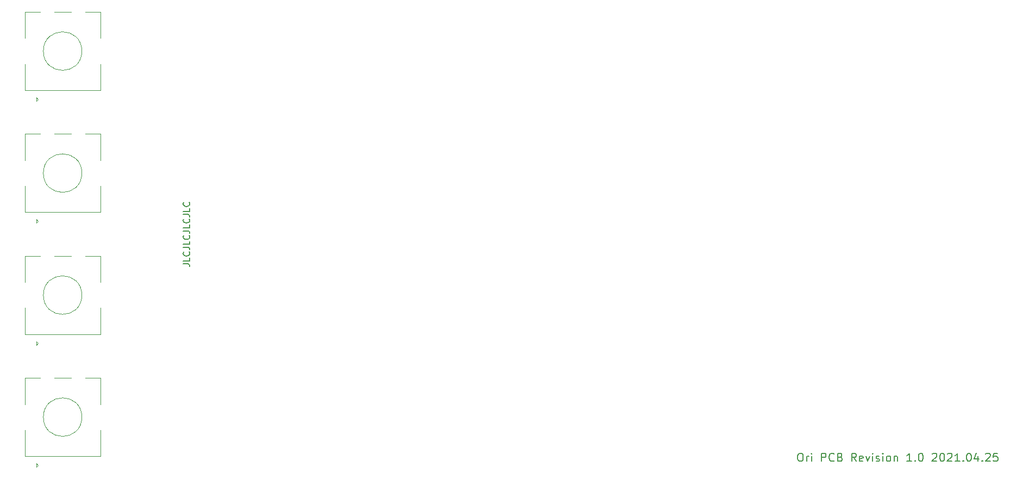
<source format=gto>
G04 #@! TF.GenerationSoftware,KiCad,Pcbnew,(5.1.4-0)*
G04 #@! TF.CreationDate,2021-04-25T17:18:13-05:00*
G04 #@! TF.ProjectId,ori,6f72692e-6b69-4636-9164-5f7063625858,rev?*
G04 #@! TF.SameCoordinates,Original*
G04 #@! TF.FileFunction,Legend,Top*
G04 #@! TF.FilePolarity,Positive*
%FSLAX46Y46*%
G04 Gerber Fmt 4.6, Leading zero omitted, Abs format (unit mm)*
G04 Created by KiCad (PCBNEW (5.1.4-0)) date 2021-04-25 17:18:13*
%MOMM*%
%LPD*%
G04 APERTURE LIST*
%ADD10C,0.200000*%
%ADD11C,0.150000*%
%ADD12C,0.120000*%
%ADD13C,2.642000*%
%ADD14C,1.803800*%
%ADD15C,4.089800*%
%ADD16C,0.902000*%
%ADD17R,2.102000X2.102000*%
%ADD18C,2.102000*%
%ADD19R,2.102000X3.302000*%
%ADD20C,0.100000*%
%ADD21C,1.803400*%
%ADD22O,1.402000X2.002000*%
%ADD23C,0.752000*%
%ADD24O,1.402000X2.502000*%
%ADD25C,3.602000*%
G04 APERTURE END LIST*
D10*
X176452380Y-115815476D02*
X176690476Y-115815476D01*
X176809523Y-115875000D01*
X176928571Y-115994047D01*
X176988095Y-116232142D01*
X176988095Y-116648809D01*
X176928571Y-116886904D01*
X176809523Y-117005952D01*
X176690476Y-117065476D01*
X176452380Y-117065476D01*
X176333333Y-117005952D01*
X176214285Y-116886904D01*
X176154761Y-116648809D01*
X176154761Y-116232142D01*
X176214285Y-115994047D01*
X176333333Y-115875000D01*
X176452380Y-115815476D01*
X177523809Y-117065476D02*
X177523809Y-116232142D01*
X177523809Y-116470238D02*
X177583333Y-116351190D01*
X177642857Y-116291666D01*
X177761904Y-116232142D01*
X177880952Y-116232142D01*
X178297619Y-117065476D02*
X178297619Y-116232142D01*
X178297619Y-115815476D02*
X178238095Y-115875000D01*
X178297619Y-115934523D01*
X178357142Y-115875000D01*
X178297619Y-115815476D01*
X178297619Y-115934523D01*
X179845238Y-117065476D02*
X179845238Y-115815476D01*
X180321428Y-115815476D01*
X180440476Y-115875000D01*
X180500000Y-115934523D01*
X180559523Y-116053571D01*
X180559523Y-116232142D01*
X180500000Y-116351190D01*
X180440476Y-116410714D01*
X180321428Y-116470238D01*
X179845238Y-116470238D01*
X181809523Y-116946428D02*
X181750000Y-117005952D01*
X181571428Y-117065476D01*
X181452380Y-117065476D01*
X181273809Y-117005952D01*
X181154761Y-116886904D01*
X181095238Y-116767857D01*
X181035714Y-116529761D01*
X181035714Y-116351190D01*
X181095238Y-116113095D01*
X181154761Y-115994047D01*
X181273809Y-115875000D01*
X181452380Y-115815476D01*
X181571428Y-115815476D01*
X181750000Y-115875000D01*
X181809523Y-115934523D01*
X182761904Y-116410714D02*
X182940476Y-116470238D01*
X183000000Y-116529761D01*
X183059523Y-116648809D01*
X183059523Y-116827380D01*
X183000000Y-116946428D01*
X182940476Y-117005952D01*
X182821428Y-117065476D01*
X182345238Y-117065476D01*
X182345238Y-115815476D01*
X182761904Y-115815476D01*
X182880952Y-115875000D01*
X182940476Y-115934523D01*
X183000000Y-116053571D01*
X183000000Y-116172619D01*
X182940476Y-116291666D01*
X182880952Y-116351190D01*
X182761904Y-116410714D01*
X182345238Y-116410714D01*
X185261904Y-117065476D02*
X184845238Y-116470238D01*
X184547619Y-117065476D02*
X184547619Y-115815476D01*
X185023809Y-115815476D01*
X185142857Y-115875000D01*
X185202380Y-115934523D01*
X185261904Y-116053571D01*
X185261904Y-116232142D01*
X185202380Y-116351190D01*
X185142857Y-116410714D01*
X185023809Y-116470238D01*
X184547619Y-116470238D01*
X186273809Y-117005952D02*
X186154761Y-117065476D01*
X185916666Y-117065476D01*
X185797619Y-117005952D01*
X185738095Y-116886904D01*
X185738095Y-116410714D01*
X185797619Y-116291666D01*
X185916666Y-116232142D01*
X186154761Y-116232142D01*
X186273809Y-116291666D01*
X186333333Y-116410714D01*
X186333333Y-116529761D01*
X185738095Y-116648809D01*
X186750000Y-116232142D02*
X187047619Y-117065476D01*
X187345238Y-116232142D01*
X187821428Y-117065476D02*
X187821428Y-116232142D01*
X187821428Y-115815476D02*
X187761904Y-115875000D01*
X187821428Y-115934523D01*
X187880952Y-115875000D01*
X187821428Y-115815476D01*
X187821428Y-115934523D01*
X188357142Y-117005952D02*
X188476190Y-117065476D01*
X188714285Y-117065476D01*
X188833333Y-117005952D01*
X188892857Y-116886904D01*
X188892857Y-116827380D01*
X188833333Y-116708333D01*
X188714285Y-116648809D01*
X188535714Y-116648809D01*
X188416666Y-116589285D01*
X188357142Y-116470238D01*
X188357142Y-116410714D01*
X188416666Y-116291666D01*
X188535714Y-116232142D01*
X188714285Y-116232142D01*
X188833333Y-116291666D01*
X189428571Y-117065476D02*
X189428571Y-116232142D01*
X189428571Y-115815476D02*
X189369047Y-115875000D01*
X189428571Y-115934523D01*
X189488095Y-115875000D01*
X189428571Y-115815476D01*
X189428571Y-115934523D01*
X190202380Y-117065476D02*
X190083333Y-117005952D01*
X190023809Y-116946428D01*
X189964285Y-116827380D01*
X189964285Y-116470238D01*
X190023809Y-116351190D01*
X190083333Y-116291666D01*
X190202380Y-116232142D01*
X190380952Y-116232142D01*
X190500000Y-116291666D01*
X190559523Y-116351190D01*
X190619047Y-116470238D01*
X190619047Y-116827380D01*
X190559523Y-116946428D01*
X190500000Y-117005952D01*
X190380952Y-117065476D01*
X190202380Y-117065476D01*
X191154761Y-116232142D02*
X191154761Y-117065476D01*
X191154761Y-116351190D02*
X191214285Y-116291666D01*
X191333333Y-116232142D01*
X191511904Y-116232142D01*
X191630952Y-116291666D01*
X191690476Y-116410714D01*
X191690476Y-117065476D01*
X193892857Y-117065476D02*
X193178571Y-117065476D01*
X193535714Y-117065476D02*
X193535714Y-115815476D01*
X193416666Y-115994047D01*
X193297619Y-116113095D01*
X193178571Y-116172619D01*
X194428571Y-116946428D02*
X194488095Y-117005952D01*
X194428571Y-117065476D01*
X194369047Y-117005952D01*
X194428571Y-116946428D01*
X194428571Y-117065476D01*
X195261904Y-115815476D02*
X195380952Y-115815476D01*
X195500000Y-115875000D01*
X195559523Y-115934523D01*
X195619047Y-116053571D01*
X195678571Y-116291666D01*
X195678571Y-116589285D01*
X195619047Y-116827380D01*
X195559523Y-116946428D01*
X195500000Y-117005952D01*
X195380952Y-117065476D01*
X195261904Y-117065476D01*
X195142857Y-117005952D01*
X195083333Y-116946428D01*
X195023809Y-116827380D01*
X194964285Y-116589285D01*
X194964285Y-116291666D01*
X195023809Y-116053571D01*
X195083333Y-115934523D01*
X195142857Y-115875000D01*
X195261904Y-115815476D01*
X197107142Y-115934523D02*
X197166666Y-115875000D01*
X197285714Y-115815476D01*
X197583333Y-115815476D01*
X197702380Y-115875000D01*
X197761904Y-115934523D01*
X197821428Y-116053571D01*
X197821428Y-116172619D01*
X197761904Y-116351190D01*
X197047619Y-117065476D01*
X197821428Y-117065476D01*
X198595238Y-115815476D02*
X198714285Y-115815476D01*
X198833333Y-115875000D01*
X198892857Y-115934523D01*
X198952380Y-116053571D01*
X199011904Y-116291666D01*
X199011904Y-116589285D01*
X198952380Y-116827380D01*
X198892857Y-116946428D01*
X198833333Y-117005952D01*
X198714285Y-117065476D01*
X198595238Y-117065476D01*
X198476190Y-117005952D01*
X198416666Y-116946428D01*
X198357142Y-116827380D01*
X198297619Y-116589285D01*
X198297619Y-116291666D01*
X198357142Y-116053571D01*
X198416666Y-115934523D01*
X198476190Y-115875000D01*
X198595238Y-115815476D01*
X199488095Y-115934523D02*
X199547619Y-115875000D01*
X199666666Y-115815476D01*
X199964285Y-115815476D01*
X200083333Y-115875000D01*
X200142857Y-115934523D01*
X200202380Y-116053571D01*
X200202380Y-116172619D01*
X200142857Y-116351190D01*
X199428571Y-117065476D01*
X200202380Y-117065476D01*
X201392857Y-117065476D02*
X200678571Y-117065476D01*
X201035714Y-117065476D02*
X201035714Y-115815476D01*
X200916666Y-115994047D01*
X200797619Y-116113095D01*
X200678571Y-116172619D01*
X201928571Y-116946428D02*
X201988095Y-117005952D01*
X201928571Y-117065476D01*
X201869047Y-117005952D01*
X201928571Y-116946428D01*
X201928571Y-117065476D01*
X202761904Y-115815476D02*
X202880952Y-115815476D01*
X203000000Y-115875000D01*
X203059523Y-115934523D01*
X203119047Y-116053571D01*
X203178571Y-116291666D01*
X203178571Y-116589285D01*
X203119047Y-116827380D01*
X203059523Y-116946428D01*
X203000000Y-117005952D01*
X202880952Y-117065476D01*
X202761904Y-117065476D01*
X202642857Y-117005952D01*
X202583333Y-116946428D01*
X202523809Y-116827380D01*
X202464285Y-116589285D01*
X202464285Y-116291666D01*
X202523809Y-116053571D01*
X202583333Y-115934523D01*
X202642857Y-115875000D01*
X202761904Y-115815476D01*
X204250000Y-116232142D02*
X204250000Y-117065476D01*
X203952380Y-115755952D02*
X203654761Y-116648809D01*
X204428571Y-116648809D01*
X204904761Y-116946428D02*
X204964285Y-117005952D01*
X204904761Y-117065476D01*
X204845238Y-117005952D01*
X204904761Y-116946428D01*
X204904761Y-117065476D01*
X205440476Y-115934523D02*
X205500000Y-115875000D01*
X205619047Y-115815476D01*
X205916666Y-115815476D01*
X206035714Y-115875000D01*
X206095238Y-115934523D01*
X206154761Y-116053571D01*
X206154761Y-116172619D01*
X206095238Y-116351190D01*
X205380952Y-117065476D01*
X206154761Y-117065476D01*
X207285714Y-115815476D02*
X206690476Y-115815476D01*
X206630952Y-116410714D01*
X206690476Y-116351190D01*
X206809523Y-116291666D01*
X207107142Y-116291666D01*
X207226190Y-116351190D01*
X207285714Y-116410714D01*
X207345238Y-116529761D01*
X207345238Y-116827380D01*
X207285714Y-116946428D01*
X207226190Y-117005952D01*
X207107142Y-117065476D01*
X206809523Y-117065476D01*
X206690476Y-117005952D01*
X206630952Y-116946428D01*
D11*
X80392380Y-86319047D02*
X81106666Y-86319047D01*
X81249523Y-86366666D01*
X81344761Y-86461904D01*
X81392380Y-86604761D01*
X81392380Y-86700000D01*
X81392380Y-85366666D02*
X81392380Y-85842857D01*
X80392380Y-85842857D01*
X81297142Y-84461904D02*
X81344761Y-84509523D01*
X81392380Y-84652380D01*
X81392380Y-84747619D01*
X81344761Y-84890476D01*
X81249523Y-84985714D01*
X81154285Y-85033333D01*
X80963809Y-85080952D01*
X80820952Y-85080952D01*
X80630476Y-85033333D01*
X80535238Y-84985714D01*
X80440000Y-84890476D01*
X80392380Y-84747619D01*
X80392380Y-84652380D01*
X80440000Y-84509523D01*
X80487619Y-84461904D01*
X80392380Y-83747619D02*
X81106666Y-83747619D01*
X81249523Y-83795238D01*
X81344761Y-83890476D01*
X81392380Y-84033333D01*
X81392380Y-84128571D01*
X81392380Y-82795238D02*
X81392380Y-83271428D01*
X80392380Y-83271428D01*
X81297142Y-81890476D02*
X81344761Y-81938095D01*
X81392380Y-82080952D01*
X81392380Y-82176190D01*
X81344761Y-82319047D01*
X81249523Y-82414285D01*
X81154285Y-82461904D01*
X80963809Y-82509523D01*
X80820952Y-82509523D01*
X80630476Y-82461904D01*
X80535238Y-82414285D01*
X80440000Y-82319047D01*
X80392380Y-82176190D01*
X80392380Y-82080952D01*
X80440000Y-81938095D01*
X80487619Y-81890476D01*
X80392380Y-81176190D02*
X81106666Y-81176190D01*
X81249523Y-81223809D01*
X81344761Y-81319047D01*
X81392380Y-81461904D01*
X81392380Y-81557142D01*
X81392380Y-80223809D02*
X81392380Y-80700000D01*
X80392380Y-80700000D01*
X81297142Y-79319047D02*
X81344761Y-79366666D01*
X81392380Y-79509523D01*
X81392380Y-79604761D01*
X81344761Y-79747619D01*
X81249523Y-79842857D01*
X81154285Y-79890476D01*
X80963809Y-79938095D01*
X80820952Y-79938095D01*
X80630476Y-79890476D01*
X80535238Y-79842857D01*
X80440000Y-79747619D01*
X80392380Y-79604761D01*
X80392380Y-79509523D01*
X80440000Y-79366666D01*
X80487619Y-79319047D01*
X80392380Y-78604761D02*
X81106666Y-78604761D01*
X81249523Y-78652380D01*
X81344761Y-78747619D01*
X81392380Y-78890476D01*
X81392380Y-78985714D01*
X81392380Y-77652380D02*
X81392380Y-78128571D01*
X80392380Y-78128571D01*
X81297142Y-76747619D02*
X81344761Y-76795238D01*
X81392380Y-76938095D01*
X81392380Y-77033333D01*
X81344761Y-77176190D01*
X81249523Y-77271428D01*
X81154285Y-77319047D01*
X80963809Y-77366666D01*
X80820952Y-77366666D01*
X80630476Y-77319047D01*
X80535238Y-77271428D01*
X80440000Y-77176190D01*
X80392380Y-77033333D01*
X80392380Y-76938095D01*
X80440000Y-76795238D01*
X80487619Y-76747619D01*
D12*
X64585086Y-91187062D02*
G75*
G03X64585086Y-91187062I-3000000J0D01*
G01*
X55685086Y-89187062D02*
X55685086Y-85087062D01*
X67485086Y-85087062D02*
X67485086Y-89187062D01*
X67485086Y-93187062D02*
X67485086Y-97287062D01*
X55685086Y-93187062D02*
X55685086Y-97287062D01*
X55685086Y-97287062D02*
X67485086Y-97287062D01*
X57785086Y-98687062D02*
X57485086Y-98987062D01*
X57485086Y-98987062D02*
X57485086Y-98387062D01*
X57485086Y-98387062D02*
X57785086Y-98687062D01*
X55685086Y-85087062D02*
X58085086Y-85087062D01*
X60285086Y-85087062D02*
X62885086Y-85087062D01*
X65085086Y-85087062D02*
X67485086Y-85087062D01*
X64585086Y-72187112D02*
G75*
G03X64585086Y-72187112I-3000000J0D01*
G01*
X55685086Y-70187112D02*
X55685086Y-66087112D01*
X67485086Y-66087112D02*
X67485086Y-70187112D01*
X67485086Y-74187112D02*
X67485086Y-78287112D01*
X55685086Y-74187112D02*
X55685086Y-78287112D01*
X55685086Y-78287112D02*
X67485086Y-78287112D01*
X57785086Y-79687112D02*
X57485086Y-79987112D01*
X57485086Y-79987112D02*
X57485086Y-79387112D01*
X57485086Y-79387112D02*
X57785086Y-79687112D01*
X55685086Y-66087112D02*
X58085086Y-66087112D01*
X60285086Y-66087112D02*
X62885086Y-66087112D01*
X65085086Y-66087112D02*
X67485086Y-66087112D01*
X64585086Y-110187012D02*
G75*
G03X64585086Y-110187012I-3000000J0D01*
G01*
X55685086Y-108187012D02*
X55685086Y-104087012D01*
X67485086Y-104087012D02*
X67485086Y-108187012D01*
X67485086Y-112187012D02*
X67485086Y-116287012D01*
X55685086Y-112187012D02*
X55685086Y-116287012D01*
X55685086Y-116287012D02*
X67485086Y-116287012D01*
X57785086Y-117687012D02*
X57485086Y-117987012D01*
X57485086Y-117987012D02*
X57485086Y-117387012D01*
X57485086Y-117387012D02*
X57785086Y-117687012D01*
X55685086Y-104087012D02*
X58085086Y-104087012D01*
X60285086Y-104087012D02*
X62885086Y-104087012D01*
X65085086Y-104087012D02*
X67485086Y-104087012D01*
X64585086Y-53187162D02*
G75*
G03X64585086Y-53187162I-3000000J0D01*
G01*
X55685086Y-51187162D02*
X55685086Y-47087162D01*
X67485086Y-47087162D02*
X67485086Y-51187162D01*
X67485086Y-55187162D02*
X67485086Y-59287162D01*
X55685086Y-55187162D02*
X55685086Y-59287162D01*
X55685086Y-59287162D02*
X67485086Y-59287162D01*
X57785086Y-60687162D02*
X57485086Y-60987162D01*
X57485086Y-60987162D02*
X57485086Y-60387162D01*
X57485086Y-60387162D02*
X57785086Y-60687162D01*
X55685086Y-47087162D02*
X58085086Y-47087162D01*
X60285086Y-47087162D02*
X62885086Y-47087162D01*
X65085086Y-47087162D02*
X67485086Y-47087162D01*
%LPC*%
D13*
X121260799Y-50634602D03*
X127610799Y-48094602D03*
D14*
X130150799Y-53174602D03*
X119990799Y-53174602D03*
D15*
X125070799Y-53174602D03*
D13*
X57800486Y-107634312D03*
X64150486Y-105094312D03*
D14*
X66690486Y-110174312D03*
X56530486Y-110174312D03*
D15*
X61610486Y-110174312D03*
D16*
X78660000Y-75248000D03*
X78660000Y-73724000D03*
X78660000Y-69152000D03*
X78660000Y-70676000D03*
X78660000Y-72200000D03*
X78660000Y-94248000D03*
X78660000Y-92724000D03*
X78660000Y-88152000D03*
X78660000Y-89676000D03*
X78660000Y-91200000D03*
D17*
X59085086Y-98687062D03*
D18*
X61585086Y-98687062D03*
X64085086Y-98687062D03*
D19*
X55985086Y-91187062D03*
X67185086Y-91187062D03*
D18*
X59085086Y-84187062D03*
X64085086Y-84187062D03*
D13*
X57800486Y-69634412D03*
X64150486Y-67094412D03*
D14*
X66690486Y-72174412D03*
X56530486Y-72174412D03*
D15*
X61610486Y-72174412D03*
D17*
X59085086Y-79687112D03*
D18*
X61585086Y-79687112D03*
X64085086Y-79687112D03*
D19*
X55985086Y-72187112D03*
X67185086Y-72187112D03*
D18*
X59085086Y-65187112D03*
X64085086Y-65187112D03*
D17*
X59085086Y-117687012D03*
D18*
X61585086Y-117687012D03*
X64085086Y-117687012D03*
D19*
X55985086Y-110187012D03*
X67185086Y-110187012D03*
D18*
X59085086Y-103187012D03*
X64085086Y-103187012D03*
D17*
X59085086Y-60687162D03*
D18*
X61585086Y-60687162D03*
X64085086Y-60687162D03*
D19*
X55985086Y-53187162D03*
X67185086Y-53187162D03*
D18*
X59085086Y-46187162D03*
X64085086Y-46187162D03*
D16*
X78660000Y-113248000D03*
X78660000Y-111724000D03*
X78660000Y-107152000D03*
X78660000Y-108676000D03*
X78660000Y-110200000D03*
X78660000Y-53200000D03*
X78660000Y-51676000D03*
X78660000Y-50152000D03*
X78660000Y-54724000D03*
X78660000Y-56248000D03*
D20*
G36*
X192041441Y-55200471D02*
G01*
X192085206Y-55206963D01*
X192128125Y-55217713D01*
X192169783Y-55232619D01*
X192209779Y-55251536D01*
X192247729Y-55274282D01*
X192283266Y-55300638D01*
X192316049Y-55330351D01*
X192345762Y-55363134D01*
X192372118Y-55398671D01*
X192394864Y-55436621D01*
X192413781Y-55476617D01*
X192428687Y-55518275D01*
X192439437Y-55561194D01*
X192445929Y-55604959D01*
X192448100Y-55649150D01*
X192448100Y-56550850D01*
X192445929Y-56595041D01*
X192439437Y-56638806D01*
X192428687Y-56681725D01*
X192413781Y-56723383D01*
X192394864Y-56763379D01*
X192372118Y-56801329D01*
X192345762Y-56836866D01*
X192316049Y-56869649D01*
X192283266Y-56899362D01*
X192247729Y-56925718D01*
X192209779Y-56948464D01*
X192169783Y-56967381D01*
X192128125Y-56982287D01*
X192085206Y-56993037D01*
X192041441Y-56999529D01*
X191997250Y-57001700D01*
X191095550Y-57001700D01*
X191051359Y-56999529D01*
X191007594Y-56993037D01*
X190964675Y-56982287D01*
X190923017Y-56967381D01*
X190883021Y-56948464D01*
X190845071Y-56925718D01*
X190809534Y-56899362D01*
X190776751Y-56869649D01*
X190747038Y-56836866D01*
X190720682Y-56801329D01*
X190697936Y-56763379D01*
X190679019Y-56723383D01*
X190664113Y-56681725D01*
X190653363Y-56638806D01*
X190646871Y-56595041D01*
X190644700Y-56550850D01*
X190644700Y-55649150D01*
X190646871Y-55604959D01*
X190653363Y-55561194D01*
X190664113Y-55518275D01*
X190679019Y-55476617D01*
X190697936Y-55436621D01*
X190720682Y-55398671D01*
X190747038Y-55363134D01*
X190776751Y-55330351D01*
X190809534Y-55300638D01*
X190845071Y-55274282D01*
X190883021Y-55251536D01*
X190923017Y-55232619D01*
X190964675Y-55217713D01*
X191007594Y-55206963D01*
X191051359Y-55200471D01*
X191095550Y-55198300D01*
X191997250Y-55198300D01*
X192041441Y-55200471D01*
X192041441Y-55200471D01*
G37*
D21*
X191546400Y-56100000D03*
X191140000Y-58640000D03*
X191546400Y-61180000D03*
X191140000Y-63720000D03*
X191546400Y-66260000D03*
X191140000Y-68800000D03*
D22*
X111219999Y-43258627D03*
D23*
X112629999Y-46907627D03*
X118409999Y-46907627D03*
D22*
X119819999Y-43258627D03*
D24*
X119819999Y-47458627D03*
X111219999Y-47458627D03*
D13*
X57800486Y-50634462D03*
X64150486Y-48094462D03*
D14*
X66690486Y-53174462D03*
X56530486Y-53174462D03*
D15*
X61610486Y-53174462D03*
D13*
X57800486Y-88634362D03*
X64150486Y-86094362D03*
D14*
X66690486Y-91174362D03*
X56530486Y-91174362D03*
D15*
X61610486Y-91174362D03*
D13*
X83260799Y-50634602D03*
X89610799Y-48094602D03*
D14*
X92150799Y-53174602D03*
X81990799Y-53174602D03*
D15*
X87070799Y-53174602D03*
D13*
X102260799Y-50634602D03*
X108610799Y-48094602D03*
D14*
X111150799Y-53174602D03*
X100990799Y-53174602D03*
D15*
X106070799Y-53174602D03*
X144070799Y-53174602D03*
D14*
X138990799Y-53174602D03*
X149150799Y-53174602D03*
D13*
X146610799Y-48094602D03*
X140260799Y-50634602D03*
X159260219Y-50634462D03*
X165610219Y-48094462D03*
D14*
X168150219Y-53174462D03*
X157990219Y-53174462D03*
D15*
X163070219Y-53174462D03*
D13*
X178260169Y-50634462D03*
X184610169Y-48094462D03*
D14*
X187150169Y-53174462D03*
X176990169Y-53174462D03*
D15*
X182070169Y-53174462D03*
D13*
X197260119Y-50634602D03*
X203610119Y-48094602D03*
D14*
X206150119Y-53174602D03*
X195990119Y-53174602D03*
D15*
X201070119Y-53174602D03*
D13*
X216260799Y-50634602D03*
X222610799Y-48094602D03*
D14*
X225150799Y-53174602D03*
X214990799Y-53174602D03*
D15*
X220070799Y-53174602D03*
D13*
X235260799Y-50634602D03*
X241610799Y-48094602D03*
D14*
X244150799Y-53174602D03*
X233990799Y-53174602D03*
D15*
X239070799Y-53174602D03*
D13*
X254259969Y-50634462D03*
X260609969Y-48094462D03*
D14*
X263149969Y-53174462D03*
X252989969Y-53174462D03*
D15*
X258069969Y-53174462D03*
D13*
X273259919Y-50634462D03*
X279609919Y-48094462D03*
D14*
X282149919Y-53174462D03*
X271989919Y-53174462D03*
D15*
X277069919Y-53174462D03*
D13*
X292259869Y-50634462D03*
X298609869Y-48094462D03*
D14*
X301149869Y-53174462D03*
X290989869Y-53174462D03*
D15*
X296069869Y-53174462D03*
D13*
X83260799Y-69634602D03*
X89610799Y-67094602D03*
D14*
X92150799Y-72174602D03*
X81990799Y-72174602D03*
D15*
X87070799Y-72174602D03*
D13*
X102260799Y-69634602D03*
X108610799Y-67094602D03*
D14*
X111150799Y-72174602D03*
X100990799Y-72174602D03*
D15*
X106070799Y-72174602D03*
D13*
X121260799Y-69634602D03*
X127610799Y-67094602D03*
D14*
X130150799Y-72174602D03*
X119990799Y-72174602D03*
D15*
X125070799Y-72174602D03*
D13*
X140260799Y-69634602D03*
X146610799Y-67094602D03*
D14*
X149150799Y-72174602D03*
X138990799Y-72174602D03*
D15*
X144070799Y-72174602D03*
D13*
X159260799Y-69634602D03*
X165610799Y-67094602D03*
D14*
X168150799Y-72174602D03*
X157990799Y-72174602D03*
D15*
X163070799Y-72174602D03*
D13*
X178260799Y-69634602D03*
X184610799Y-67094602D03*
D14*
X187150799Y-72174602D03*
X176990799Y-72174602D03*
D15*
X182070799Y-72174602D03*
D13*
X197260119Y-69634602D03*
X203610119Y-67094602D03*
D14*
X206150119Y-72174602D03*
X195990119Y-72174602D03*
D15*
X201070119Y-72174602D03*
D13*
X216235400Y-69647300D03*
X222585400Y-67107300D03*
D14*
X225125400Y-72187300D03*
X214965400Y-72187300D03*
D15*
X220045400Y-72187300D03*
D13*
X235260799Y-69634602D03*
X241610799Y-67094602D03*
D14*
X244150799Y-72174602D03*
X233990799Y-72174602D03*
D15*
X239070799Y-72174602D03*
D13*
X254259969Y-69634412D03*
X260609969Y-67094412D03*
D14*
X263149969Y-72174412D03*
X252989969Y-72174412D03*
D15*
X258069969Y-72174412D03*
D13*
X273259919Y-69634412D03*
X279609919Y-67094412D03*
D14*
X282149919Y-72174412D03*
X271989919Y-72174412D03*
D15*
X277069919Y-72174412D03*
D13*
X292259869Y-69634412D03*
X298609869Y-67094412D03*
D14*
X301149869Y-72174412D03*
X290989869Y-72174412D03*
D15*
X296069869Y-72174412D03*
D13*
X83260799Y-88634602D03*
X89610799Y-86094602D03*
D14*
X92150799Y-91174602D03*
X81990799Y-91174602D03*
D15*
X87070799Y-91174602D03*
D13*
X102260799Y-88634602D03*
X108610799Y-86094602D03*
D14*
X111150799Y-91174602D03*
X100990799Y-91174602D03*
D15*
X106070799Y-91174602D03*
D13*
X121260799Y-88634602D03*
X127610799Y-86094602D03*
D14*
X130150799Y-91174602D03*
X119990799Y-91174602D03*
D15*
X125070799Y-91174602D03*
D13*
X140260269Y-88634362D03*
X146610269Y-86094362D03*
D14*
X149150269Y-91174362D03*
X138990269Y-91174362D03*
D15*
X144070269Y-91174362D03*
D13*
X159260219Y-88634362D03*
X165610219Y-86094362D03*
D14*
X168150219Y-91174362D03*
X157990219Y-91174362D03*
D15*
X163070219Y-91174362D03*
D13*
X178260169Y-88634362D03*
X184610169Y-86094362D03*
D14*
X187150169Y-91174362D03*
X176990169Y-91174362D03*
D15*
X182070169Y-91174362D03*
D13*
X216260069Y-88634602D03*
X222610069Y-86094602D03*
D14*
X225150069Y-91174602D03*
X214990069Y-91174602D03*
D15*
X220070069Y-91174602D03*
D13*
X235260019Y-88634362D03*
X241610019Y-86094362D03*
D14*
X244150019Y-91174362D03*
X233990019Y-91174362D03*
D15*
X239070019Y-91174362D03*
D13*
X254259969Y-88634362D03*
X260609969Y-86094362D03*
D14*
X263149969Y-91174362D03*
X252989969Y-91174362D03*
D15*
X258069969Y-91174362D03*
D13*
X273259919Y-88634362D03*
X279609919Y-86094362D03*
D14*
X282149919Y-91174362D03*
X271989919Y-91174362D03*
D15*
X277069919Y-91174362D03*
D13*
X83260419Y-107634602D03*
X89610419Y-105094602D03*
D14*
X92150419Y-110174602D03*
X81990419Y-110174602D03*
D15*
X87070419Y-110174602D03*
D13*
X102260799Y-107634602D03*
X108610799Y-105094602D03*
D14*
X111150799Y-110174602D03*
X100990799Y-110174602D03*
D15*
X106070799Y-110174602D03*
D13*
X121260799Y-107634602D03*
X127610799Y-105094602D03*
D14*
X130150799Y-110174602D03*
X119990799Y-110174602D03*
D15*
X125070799Y-110174602D03*
D13*
X140260269Y-107634312D03*
X146610269Y-105094312D03*
D14*
X149150269Y-110174312D03*
X138990269Y-110174312D03*
D15*
X144070269Y-110174312D03*
D13*
X159260799Y-107634602D03*
X165610799Y-105094602D03*
D14*
X168150799Y-110174602D03*
X157990799Y-110174602D03*
D15*
X163070799Y-110174602D03*
D13*
X178260169Y-107634312D03*
X184610169Y-105094312D03*
D14*
X187150169Y-110174312D03*
X176990169Y-110174312D03*
D15*
X182070169Y-110174312D03*
D13*
X216260069Y-107634312D03*
X222610069Y-105094312D03*
D14*
X225150069Y-110174312D03*
X214990069Y-110174312D03*
D15*
X220070069Y-110174312D03*
D13*
X235260019Y-107634312D03*
X241610019Y-105094312D03*
D14*
X244150019Y-110174312D03*
X233990019Y-110174312D03*
D15*
X239070019Y-110174312D03*
D13*
X254259969Y-107634312D03*
X260609969Y-105094312D03*
D14*
X263149969Y-110174312D03*
X252989969Y-110174312D03*
D15*
X258069969Y-110174312D03*
D13*
X273259919Y-107634312D03*
X279609919Y-105094312D03*
D14*
X282149919Y-110174312D03*
X271989919Y-110174312D03*
D15*
X277069919Y-110174312D03*
D13*
X197260119Y-88634362D03*
X203610119Y-86094362D03*
D14*
X206150119Y-91174362D03*
X195990119Y-91174362D03*
D15*
X201070119Y-91174362D03*
D13*
X197260119Y-107634312D03*
X203610119Y-105094312D03*
D14*
X206150119Y-110174312D03*
X195990119Y-110174312D03*
D15*
X201070119Y-110174312D03*
D13*
X292259869Y-88634362D03*
X298609869Y-86094362D03*
D14*
X301149869Y-91174362D03*
X290989869Y-91174362D03*
D15*
X296069869Y-91174362D03*
D13*
X292260799Y-107634602D03*
X298610799Y-105094602D03*
D14*
X301150799Y-110174602D03*
X290990799Y-110174602D03*
D15*
X296070799Y-110174602D03*
D25*
X96519999Y-81700000D03*
X134520000Y-62700000D03*
X134520000Y-100700000D03*
X248520000Y-62700000D03*
X248520000Y-100700000D03*
X286520000Y-81700000D03*
X71059661Y-62699837D03*
X71059661Y-100699737D03*
X96520000Y-62700000D03*
X96520000Y-100700000D03*
X229520000Y-100700000D03*
X153520000Y-100700000D03*
X153520000Y-62700000D03*
X229520000Y-62700000D03*
X286520000Y-100700000D03*
X286520000Y-62700000D03*
M02*

</source>
